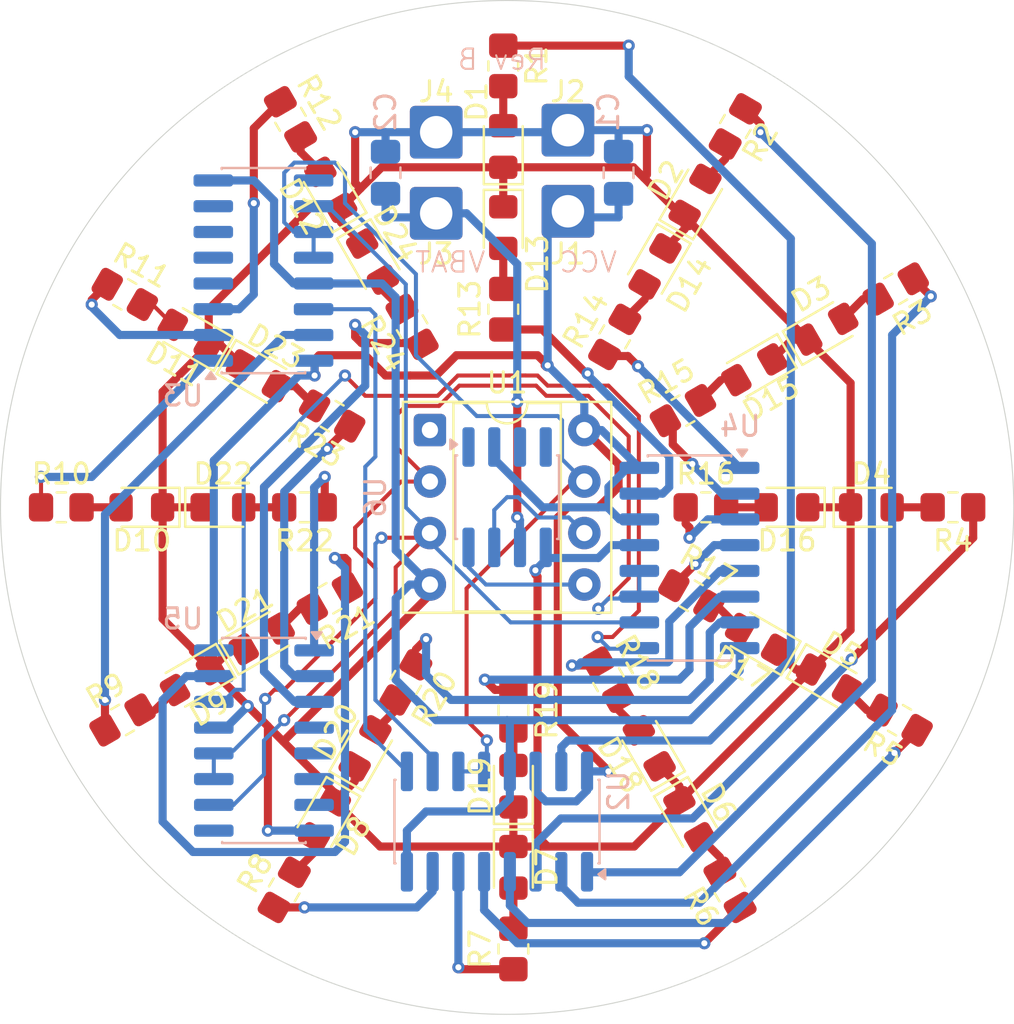
<source format=kicad_pcb>
(kicad_pcb (version 20241229) (generator "pcbnew") (generator_version "9.0")
  (layers (0 "F.Cu" signal) (2 "B.Cu" signal) (13 "F.Paste" user) (15 "B.Paste" user) (5 "F.SilkS" user "F.Silkscreen") (7 "B.SilkS" user "B.Silkscreen") (1 "F.Mask" user) (3 "B.Mask" user) (25 "Edge.Cuts" user))
  (net 0 "")
  (net 1 "Net-(D1-A)")
  (net 2 "Net-(D2-A)")
  (net 3 "Net-(D3-A)")
  (net 4 "Net-(D4-A)")
  (net 5 "Net-(D5-A)")
  (net 6 "Net-(D6-A)")
  (net 7 "Net-(D7-A)")
  (net 8 "Net-(D8-A)")
  (net 9 "Net-(D13-A)")
  (net 10 "Net-(D14-A)")
  (net 11 "Net-(D15-A)")
  (net 12 "Net-(D16-A)")
  (net 13 "Net-(D17-A)")
  (net 14 "Net-(D18-A)")
  (net 15 "Net-(D19-A)")
  (net 16 "Net-(D20-A)")
  (net 17 "Net-(D21-A)")
  (net 18 "Net-(D22-A)")
  (net 19 "Net-(D23-A)")
  (net 20 "Net-(D24-A)")
  (net 21 "GND")
  (net 22 "VCC")
  (net 23 "Net-(U2-QH')")
  (net 29 "Net-(U4-QH')")
  (net 37 "Net-(U2-QA)")
  (net 38 "Net-(U2-QB)")
  (net 39 "Net-(U2-QC)")
  (net 40 "Net-(U2-QD)")
  (net 41 "Net-(U2-QE)")
  (net 42 "Net-(U2-QF)")
  (net 43 "Net-(U2-QG)")
  (net 44 "Net-(U2-QH)")
  (net 45 "Net-(U4-QA)")
  (net 46 "Net-(U4-QB)")
  (net 47 "Net-(U4-QC)")
  (net 48 "Net-(U4-QD)")
  (net 49 "Net-(U4-QE)")
  (net 50 "Net-(U4-QF)")
  (net 51 "Net-(U4-QG)")
  (net 52 "Net-(U4-QH)")
  (net 53 "Net-(D9-A)")
  (net 54 "Net-(D10-A)")
  (net 55 "Net-(D11-A)")
  (net 56 "Net-(D12-A)")
  (net 57 "Net-(U3-QA)")
  (net 58 "Net-(U3-QB)")
  (net 59 "Net-(U3-QC)")
  (net 60 "Net-(U3-QD)")
  (net 61 "Net-(U5-QA)")
  (net 62 "Net-(U5-QB)")
  (net 63 "Net-(U5-QC)")
  (net 64 "Net-(U5-QD)")
  (net 65 "SCL")
  (net 66 "SDA")
  (net 67 "SRCLK_HOUR")
  (net 68 "SRCLK_MINUTE")
  (net 69 "SRCLR")
  (net 72 "VBAT")
  (footprint "LED_SMD:LED_0805_2012Metric_Pad1.15x1.40mm_HandSolder" (layer "F.Cu") (at 182.697676 69.2175 30)
    (property "Reference" "D3")
    (property "Value" "LED")
  )
  (footprint "Resistor_SMD:R_0805_2012Metric_Pad1.20x1.40mm_HandSolder" (layer "F.Cu") (at 178.26 59.213975 -120)
    (property "Reference" "R2")
    (property "Value" "R")
  )
  (footprint "LED_SMD:LED_0805_2012Metric_Pad1.15x1.40mm_HandSolder" (layer "F.Cu") (at 174.0125 89.887676 120)
    (property "Reference" "D18")
    (property "Value" "LED")
  )
  (footprint "Resistor_SMD:R_0805_2012Metric_Pad1.20x1.40mm_HandSolder" (layer "F.Cu") (at 157 78 180)
    (property "Reference" "R22")
    (property "Value" "R")
  )
  (footprint "LED_SMD:LED_0805_2012Metric_Pad1.15x1.40mm_HandSolder" (layer "F.Cu") (at 160.36 65.88 -60)
    (property "Reference" "D24")
    (property "Value" "LED")
  )
  (footprint "Resistor_SMD:R_0805_2012Metric_Pad1.20x1.40mm_HandSolder" (layer "F.Cu") (at 176.81 78)
    (property "Reference" "R16")
    (property "Value" "R")
  )
  (footprint "LED_SMD:LED_0805_2012Metric_Pad1.15x1.40mm_HandSolder" (layer "F.Cu") (at 174.2975 66.117676 -120)
    (property "Reference" "D14")
    (property "Value" "LED")
  )
  (footprint "Resistor_SMD:R_0805_2012Metric_Pad1.20x1.40mm_HandSolder" (layer "F.Cu") (at 176.09197 82.3625 -30)
    (property "Reference" "R17")
    (property "Value" "R")
  )
  (footprint "Connector_Wire:SolderWire-0.75sqmm_1x01_D1.25mm_OD2.3mm" (layer "F.Cu") (at 163.5 59.5 180)
    (property "Reference" "J4")
    (property "Value" "Conn_01x01_Socket")
  )
  (footprint "LED_SMD:LED_0805_2012Metric_Pad1.15x1.40mm_HandSolder" (layer "F.Cu") (at 154.887676 84.4875 30)
    (property "Reference" "D21")
    (property "Value" "LED")
  )
  (footprint "LED_SMD:LED_0805_2012Metric_Pad1.15x1.40mm_HandSolder" (layer "F.Cu") (at 148.975 78 180)
    (property "Reference" "D10")
    (property "Value" "LED")
  )
  (footprint "LED_SMD:LED_0805_2012Metric_Pad1.15x1.40mm_HandSolder" (layer "F.Cu") (at 166.81 60.205 90)
    (property "Reference" "D1")
    (property "Value" "LED")
  )
  (footprint "LED_SMD:LED_0805_2012Metric_Pad1.15x1.40mm_HandSolder" (layer "F.Cu") (at 179.197676 71.2175 -150)
    (property "Reference" "D15")
    (property "Value" "LED")
  )
  (footprint "Resistor_SMD:R_0805_2012Metric_Pad1.20x1.40mm_HandSolder" (layer "F.Cu") (at 162 86.633975 -120)
    (property "Reference" "R20")
    (property "Value" "R")
  )
  (footprint "Resistor_SMD:R_0805_2012Metric_Pad1.20x1.40mm_HandSolder" (layer "F.Cu") (at 158.253701 82.4875 -150)
    (property "Reference" "R21")
    (property "Value" "R")
  )
  (footprint "LED_SMD:LED_0805_2012Metric_Pad1.15x1.40mm_HandSolder" (layer "F.Cu") (at 154.753701 71.5125 -30)
    (property "Reference" "D23")
    (property "Value" "LED")
  )
  (footprint "Resistor_SMD:R_0805_2012Metric_Pad1.20x1.40mm_HandSolder" (layer "F.Cu") (at 148.021651 88.4875 30)
    (property "Reference" "R9")
    (property "Value" "R")
  )
  (footprint "Resistor_SMD:R_0805_2012Metric_Pad1.20x1.40mm_HandSolder" (layer "F.Cu") (at 162.31 69.096025 120)
    (property "Reference" "R24")
    (property "Value" "R")
  )
  (footprint "Resistor_SMD:R_0805_2012Metric_Pad1.20x1.40mm_HandSolder" (layer "F.Cu") (at 186.176025 67.23 -150)
    (property "Reference" "R3")
    (property "Value" "R")
  )
  (footprint "LED_SMD:LED_0805_2012Metric_Pad1.15x1.40mm_HandSolder" (layer "F.Cu") (at 180.81 78 180)
    (property "Reference" "D16")
    (property "Value" "LED")
  )
  (footprint "Resistor_SMD:R_0805_2012Metric_Pad1.20x1.40mm_HandSolder" (layer "F.Cu") (at 156 96.866025 60)
    (property "Reference" "R8")
    (property "Value" "R" (hide yes))
  )
  (footprint "Resistor_SMD:R_0805_2012Metric_Pad1.20x1.40mm_HandSolder" (layer "F.Cu") (at 175.676025 73.23 30)
    (property "Reference" "R15")
    (property "Value" "R")
  )
  (footprint "LED_SMD:LED_0805_2012Metric_Pad1.15x1.40mm_HandSolder" (layer "F.Cu") (at 176.2725 62.692324 60)
    (property "Reference" "D2")
    (property "Value" "LED")
  )
  (footprint "LED_SMD:LED_0805_2012Metric_Pad1.15x1.40mm_HandSolder" (layer "F.Cu") (at 152.975 78)
    (property "Reference" "D22")
    (property "Value" "LED")
  )
  (footprint "Resistor_SMD:R_0805_2012Metric_Pad1.20x1.40mm_HandSolder" (layer "F.Cu") (at 167.31 99.78 90)
    (property "Reference" "R7")
    (property "Value" "R")
  )
  (footprint "Resistor_SMD:R_0805_2012Metric_Pad1.20x1.40mm_HandSolder" (layer "F.Cu") (at 178 96.866025 120)
    (property "Reference" "R6")
    (property "Value" "R")
  )
  (footprint "Resistor_SMD:R_0805_2012Metric_Pad1.20x1.40mm_HandSolder" (layer "F.Cu") (at 156.31 58.863975 -60)
    (property "Reference" "R12")
    (property "Value" "R")
  )
  (footprint "Resistor_SMD:R_0805_2012Metric_Pad1.20x1.40mm_HandSolder" (layer "F.Cu") (at 148.133975 67.5 -30)
    (property "Reference" "R11")
    (property "Value" "R")
  )
  (footprint "MountingHole:MountingHole_2.2mm_M2" (layer "F.Cu") (at 189 74)
    (property "Reference" " ")
    (property "Value" " ")
  )
  (footprint "LED_SMD:LED_0805_2012Metric_Pad1.15x1.40mm_HandSolder" (layer "F.Cu") (at 157.9875 93.387676 -120)
    (property "Reference" "D8")
    (property "Value" "LED")
  )
  (footprint "Resistor_SMD:R_0805_2012Metric_Pad1.20x1.40mm_HandSolder" (layer "F.Cu") (at 167.31 88.005 -90)
    (property "Reference" "R19")
    (property "Value" "R")
  )
  (footprint "MountingHole:MountingHole_2.2mm_M2" (layer "F.Cu") (at 161.5 99.5)
    (property "Reference" " ")
    (property "Value" " ")
  )
  (footprint "Connector_Wire:SolderWire-0.75sqmm_1x01_D1.25mm_OD2.3mm" (layer "F.Cu") (at 170 59.4 180)
    (property "Reference" "J2")
    (property "Value" "Conn_01x01_Socket")
  )
  (footprint "LED_SMD:LED_0805_2012Metric_Pad1.15x1.40mm_HandSolder" (layer "F.Cu") (at 151.5 86.5 -150)
    (property "Reference" "D9")
    (property "Value" "LED")
  )
  (footprint "MountingHole:MountingHole_2.2mm_M2" (layer "F.Cu") (at 145.5 72.5)
    (property "Reference" " ")
    (property "Value" " ")
  )
  (footprint "Resistor_SMD:R_0805_2012Metric_Pad1.20x1.40mm_HandSolder" (layer "F.Cu") (at 166.81 68.23 90)
    (property "Reference" "R13")
    (property "Value" "R")
  )
  (footprint "LED_SMD:LED_0805_2012Metric_Pad1.15x1.40mm_HandSolder" (layer "F.Cu") (at 176.0125 93.387676 -60)
    (property "Reference" "D6")
    (property "Value" "LED")
  )
  (footprint "LED_SMD:LED_0805_2012Metric_Pad1.15x1.40mm_HandSolder" (layer "F.Cu") (at 179.387676 84.5125 150)
    (property "Reference" "D17")
    (property "Value" "LED")
  )
  (footprint "Package_DIP:DIP-8_W7.62mm_Socket" (layer "F.Cu") (at 163.19 74.19)
    (property "Reference" "U1")
    (property "Value" "ATtiny85-20P")
  )
  (footprint "LED_SMD:LED_0805_2012Metric_Pad1.15x1.40mm_HandSolder" (layer "F.Cu") (at 159.9875 89.887676 60)
    (property "Reference" "D20")
    (property "Value" "LED")
  )
  (footprint "Resistor_SMD:R_0805_2012Metric_Pad1.20x1.40mm_HandSolder" (layer "F.Cu") (at 172 86.5 -60)
    (property "Reference" "R18")
    (property "Value" "R")
  )
  (footprint "Resistor_SMD:R_0805_2012Metric_Pad1.20x1.40mm_HandSolder" (layer "F.Cu") (at 145 78)
    (property "Reference" "R10")
    (property "Value" "R")
  )
  (footprint "LED_SMD:LED_0805_2012Metric_Pad1.15x1.40mm_HandSolder" (layer "F.Cu") (at 151.387676 69.5125 150)
    (property "Reference" "D11")
    (property "Value" "LED")
  )
  (footprint "Resistor_SMD:R_0805_2012Metric_Pad1.20x1.40mm_HandSolder" (layer "F.Cu") (at 189 78 180)
    (property "Reference" "R4")
    (property "Value" "R")
  )
  (footprint "LED_SMD:LED_0805_2012Metric_Pad1.15x1.40mm_HandSolder" (layer "F.Cu") (at 158.2975 62.342324 120)
    (property "Reference" "D12")
    (property "Value" "LED")
  )
  (footprint "LED_SMD:LED_0805_2012Metric_Pad1.15x1.40mm_HandSolder" (layer "F.Cu") (at 166.81 64.205 -90)
    (property "Reference" "D13")
    (property "Value" "LED")
  )
  (footprint "LED_SMD:LED_0805_2012Metric_Pad1.15x1.40mm_HandSolder" (layer "F.Cu") (at 167.31 91.755 90)
    (property "Reference" "D19")
    (property "Value" "LED")
  )
  (footprint "Connector_Wire:SolderWire-0.75sqmm_1x01_D1.25mm_OD2.3mm" (layer "F.Cu") (at 170 63.4 180)
    (property "Reference" "J1")
    (property "Value" "Conn_01x01_Socket")
  )
  (footprint "LED_SMD:LED_0805_2012Metric_Pad1.15x1.40mm_HandSolder" (layer "F.Cu") (at 167.31 95.755 -90)
    (property "Reference" "D7")
    (property "Value" "LED")
  )
  (footprint "Resistor_SMD:R_0805_2012Metric_Pad1.20x1.40mm_HandSolder" (layer "F.Cu") (at 186.366025 88.5 150)
    (property "Reference" "R5")
    (property "Value" "R")
  )
  (footprint "Resistor_SMD:R_0805_2012Metric_Pad1.20x1.40mm_HandSolder" (layer "F.Cu") (at 158.366025 73.5 150)
    (property "Reference" "R23")
    (property "Value" "R")
  )
  (footprint "Resistor_SMD:R_0805_2012Metric_Pad1.20x1.40mm_HandSolder" (layer "F.Cu") (at 166.81 56.23 -90)
    (property "Reference" "R1")
    (property "Value" "R")
  )
  (footprint "Connector_Wire:SolderWire-0.75sqmm_1x01_D1.25mm_OD2.3mm" (layer "F.Cu") (at 163.5 63.5 180)
    (property "Reference" "J3")
    (property "Value" "Conn_01x01_Socket")
  )
  (footprint "Resistor_SMD:R_0805_2012Metric_Pad1.20x1.40mm_HandSolder" (layer "F.Cu") (at 172.31 69.596025 60)
    (property "Reference" "R14")
    (property "Value" "R")
  )
  (footprint "LED_SMD:LED_0805_2012Metric_Pad1.15x1.40mm_HandSolder" (layer "F.Cu") (at 182.887676 86.5125 -30)
    (property "Reference" "D5")
    (property "Value" "LED")
  )
  (footprint "LED_SMD:LED_0805_2012Metric_Pad1.15x1.40mm_HandSolder" (layer "F.Cu") (at 184.975 78)
    (property "Reference" "D4")
    (property "Value" "LED")
  )
  (footprint "Package_SO:SOIC-16_3.9x9.9mm_P1.27mm" (layer "B.Cu") (at 155 89.5 180)
    (property "Reference" "U5")
    (property "Value" "74HC595")
  )
  (footprint "Package_SO:SOIC-8_3.9x4.9mm_P1.27mm" (layer "B.Cu") (at 167 77.5 -90)
    (property "Reference" "U6")
    (property "Value" "DS3231MZ")
  )
  (footprint "Package_SO:SOIC-16_3.9x9.9mm_P1.27mm" (layer "B.Cu") (at 166.5 93.5 90)
    (property "Reference" "U2")
    (property "Value" "74HC595")
  )
  (footprint "Package_SO:SOIC-16_3.9x9.9mm_P1.27mm" (layer "B.Cu") (at 154.975 66.325)
    (property "Reference" "U3")
    (property "Value" "74HC595")
  )
  (footprint "Package_SO:SOIC-16_3.9x9.9mm_P1.27mm" (layer "B.Cu") (at 176 80.5 180)
    (property "Reference" "U4")
    (property "Value" "74HC595")
  )
  (footprint "Capacitor_SMD:C_0805_2012Metric_Pad1.18x1.45mm_HandSolder" (layer "B.Cu") (at 161 61.5 90)
    (property "Reference" "C2")
    (property "Value" "C")
  )
  (footprint "Capacitor_SMD:C_0805_2012Metric_Pad1.18x1.45mm_HandSolder" (layer "B.Cu") (at 172.5 61.5 90)
    (property "Reference" "C1")
    (property "Value" "C")
  )
  (gr_circle (center 167 78.005) (end 192 78.005) (stroke (width 0.05)) (fill no) (layer "Edge.Cuts"))
  (gr_text "Rev B" (at 169 56.5 0) (layer "B.SilkS") (effects (font (size 1 1) (thickness 0.1)) (justify left bottom mirror)))
  (gr_text "VBAT" (at 166 66.5 0) (layer "B.SilkS") (effects (font (size 1 1) (thickness 0.1)) (justify left bottom mirror)))
  (gr_text "VCC" (at 172.5 66.5 0) (layer "B.SilkS") (effects (font (size 1 1) (thickness 0.1)) (justify left bottom mirror)))
  (segment (start 166.81 57.23) (end 166.81 59.18) (width 0.4) (layer "F.Cu") (net 1))
  (segment (start 177.76 60.08) (end 177.76 60.829648) (width 0.2) (layer "F.Cu") (net 2))
  (segment (start 177.76 60.829648) (end 176.785 61.804648) (width 0.4) (layer "F.Cu") (net 2))
  (segment (start 185.31 67.73) (end 184.560352 67.73) (width 0.2) (layer "F.Cu") (net 3))
  (segment (start 184.560352 67.73) (end 183.585352 68.705) (width 0.4) (layer "F.Cu") (net 3))
  (segment (start 188 78) (end 186 78) (width 0.4) (layer "F.Cu") (net 4))
  (segment (start 185.5 88) (end 184.750352 88) (width 0.2) (layer "F.Cu") (net 5))
  (segment (start 184.750352 88) (end 183.775352 87.025) (width 0.4) (layer "F.Cu") (net 5))
  (segment (start 177.5 96) (end 177.5 95.250352) (width 0.2) (layer "F.Cu") (net 6))
  (segment (start 177.5 95.250352) (end 176.525 94.275352) (width 0.4) (layer "F.Cu") (net 6))
  (segment (start 167.31 96.78) (end 167.31 98.78) (width 0.4) (layer "F.Cu") (net 7))
  (segment (start 157.475 95.025) (end 156.5 96) (width 0.4) (layer "F.Cu") (net 8))
  (segment (start 157.475 94.275352) (end 157.475 95.025) (width 0.2) (layer "F.Cu") (net 8))
  (segment (start 166.81 65.23) (end 166.81 67.23) (width 0.4) (layer "F.Cu") (net 9))
  (segment (start 173.785 67.005352) (end 173.785 67.755) (width 0.2) (layer "F.Cu") (net 10))
  (segment (start 173.785 67.755) (end 172.81 68.73) (width 0.4) (layer "F.Cu") (net 10))
  (segment (start 177.54205 71.73) (end 176.54205 72.73) (width 0.4) (layer "F.Cu") (net 11))
  (segment (start 178.31 71.73) (end 177.54205 71.73) (width 0.2) (layer "F.Cu") (net 11))
  (segment (start 179.785 78) (end 177.81 78) (width 0.4) (layer "F.Cu") (net 12))
  (segment (start 177.3625 82.8625) (end 176.957995 82.8625) (width 0.2) (layer "F.Cu") (net 13))
  (segment (start 178.5 84) (end 177.3625 82.8625) (width 0.4) (layer "F.Cu") (net 13))
  (segment (start 172.5 88) (end 172.5 87.366025) (width 0.2) (layer "F.Cu") (net 14))
  (segment (start 173.5 89) (end 172.5 88) (width 0.4) (layer "F.Cu") (net 14))
  (segment (start 167.31 89.005) (end 167.31 90.73) (width 0.4) (layer "F.Cu") (net 15))
  (segment (start 161.5 87.5) (end 161.5 88) (width 0.2) (layer "F.Cu") (net 16))
  (segment (start 161.5 88) (end 160.5 89) (width 0.4) (layer "F.Cu") (net 16))
  (segment (start 156.762852 82.9875) (end 157.387676 82.9875) (width 0.2) (layer "F.Cu") (net 17))
  (segment (start 155.775352 83.975) (end 156.762852 82.9875) (width 0.4) (layer "F.Cu") (net 17))
  (segment (start 154 78) (end 156 78) (width 0.4) (layer "F.Cu") (net 18))
  (segment (start 155.641377 72.025) (end 156.525 72.025) (width 0.4) (layer "F.Cu") (net 19))
  (segment (start 156.525 72.025) (end 157.5 73) (width 0.4) (layer "F.Cu") (net 19))
  (segment (start 160.8725 66.767676) (end 160.8725 67.2925) (width 0.2) (layer "F.Cu") (net 20))
  (segment (start 160.8725 67.2925) (end 161.81 68.23) (width 0.4) (layer "F.Cu") (net 20))
  (segment (start 182 86) (end 183.95 84.05) (width 0.4) (layer "F.Cu") (net 21))
  (segment (start 159.77 62.27) (end 159.5 62) (width 0.4) (layer "F.Cu") (net 21))
  (segment (start 151.5 85) (end 151.5 85.099824) (width 0.4) (layer "F.Cu") (net 21))
  (segment (start 150 72.300352) (end 150 78) (width 0.4) (layer "F.Cu") (net 21))
  (segment (start 181.060352 69.73) (end 180.085352 70.705) (width 0.4) (layer "F.Cu") (net 21))
  (segment (start 175.5 91.750352) (end 174.525 90.775352) (width 0.4) (layer "F.Cu") (net 21))
  (segment (start 181.81 69.73) (end 175.76 63.68) (width 0.4) (layer "F.Cu") (net 21))
  (segment (start 155.950088 89.549912) (end 158.5 92.099824) (width 0.4) (layer "F.Cu") (net 21))
  (segment (start 159.25 91.75) (end 158.5 92.5) (width 0.4) (layer "F.Cu") (net 21))
  (segment (start 183.95 84.05) (end 183.95 78) (width 0.4) (layer "F.Cu") (net 21))
  (segment (start 182 86) (end 181.250352 86) (width 0.4) (layer "F.Cu") (net 21))
  (segment (start 152.891025 70.025) (end 153.866025 71) (width 0.4) (layer "F.Cu") (net 21))
  (segment (start 155.195 93.945) (end 155.195 88.794824) (width 0.4) (layer "F.Cu") (net 21))
  (segment (start 153.375176 85) (end 154 85) (width 0.4) (layer "F.Cu") (net 21))
  (segment (start 166.81 61.23) (end 160.81 61.23) (width 0.4) (layer "F.Cu") (net 21))
  (segment (start 159.475 91.525) (end 159.25 91.75) (width 0.4) (layer "F.Cu") (net 21))
  (segment (start 160.73 94.73) (end 167.31 94.73) (width 0.4) (layer "F.Cu") (net 21))
  (segment (start 152.275352 70.025) (end 152.891025 70.025) (width 0.4) (layer "F.Cu") (net 21))
  (segment (start 175.76 64.28) (end 174.81 65.23) (width 0.4) (layer "F.Cu") (net 21))
  (segment (start 150 78) (end 150 83.5) (width 0.4) (layer "F.Cu") (net 21))
  (segment (start 163.19 82.31) (end 155.950088 89.549912) (width 0.4) (layer "F.Cu") (net 21))
  (segment (start 159.5 62) (end 159.5 59.5) (width 0.4) (layer "F.Cu") (net 21))
  (segment (start 168.5 81.418256) (end 168.5 94.23) (width 0.4) (layer "F.Cu") (net 21))
  (segment (start 183.95 78) (end 183.95 71.87) (width 0.4) (layer "F.Cu") (net 21))
  (segment (start 173.75 61.75) (end 173.23 61.23) (width 0.4) (layer "F.Cu") (net 21))
  (segment (start 150 83.5) (end 151.5 85) (width 0.4) (layer "F.Cu") (net 21))
  (segment (start 168.5 94.23) (end 169 94.73) (width 0.4) (layer "F.Cu") (net 21))
  (segment (start 175.76 63.68) (end 175.76 63.58) (width 0.4) (layer "F.Cu") (net 21))
  (segment (start 157.27 63.23) (end 152.275352 68.224648) (width 0.4) (layer "F.Cu") (net 21))
  (segment (start 173.9 59.4) (end 173.9 61.6) (width 0.4) (layer "F.Cu") (net 21))
  (segment (start 173.27 94.73) (end 175.5 92.5) (width 0.4) (layer "F.Cu") (net 21))
  (segment (start 167.31 94.73) (end 169 94.73) (width 0.4) (layer "F.Cu") (net 21))
  (segment (start 175.5 92.5) (end 175.5 91.750352) (width 0.4) (layer "F.Cu") (net 21))
  (segment (start 167.31 92.78) (end 167.31 94.73) (width 0.4) (layer "F.Cu") (net 21))
  (segment (start 152.275352 68.224648) (end 152.275352 70.025) (width 0.4) (layer "F.Cu") (net 21))
  (segment (start 152.275352 70.025) (end 150 72.300352) (width 0.4) (layer "F.Cu") (net 21))
  (segment (start 169 94.73) (end 173.27 94.73) (width 0.4) (layer "F.Cu") (net 21))
  (segment (start 151.5 85.099824) (end 152.387676 85.9875) (width 0.4) (layer "F.Cu") (net 21))
  (segment (start 158.5 92.5) (end 160.73 94.73) (width 0.4) (layer "F.Cu") (net 21))
  (segment (start 175.76 63.58) (end 175.76 64.28) (width 0.4) (layer "F.Cu") (net 21))
  (segment (start 181.81 69.73) (end 181.060352 69.73) (width 0.4) (layer "F.Cu") (net 21))
  (segment (start 163.19 81.81) (end 163.19 82.31) (width 0.4) (layer "F.Cu") (net 21))
  (segment (start 183.95 78) (end 181.835 78) (width 0.4) (layer "F.Cu") (net 21))
  (segment (start 155.195 88.794824) (end 154.200088 87.799912) (width 0.4) (layer "F.Cu") (net 21))
  (segment (start 150 78) (end 151.95 78) (width 0.4) (layer "F.Cu") (net 21))
  (segment (start 175.5 92.5) (end 182 86) (width 0.4) (layer "F.Cu") (net 21))
  (segment (start 158.5 92.099824) (end 158.5 92.5) (width 0.4) (layer "F.Cu") (net 21))
  (segment (start 160.81 61.23) (end 159.77 62.27) (width 0.4) (layer "F.Cu") (net 21))
  (segment (start 154.200088 87.799912) (end 155.950088 89.549912) (width 0.4) (layer "F.Cu") (net 21))
  (segment (start 168.395872 81.314128) (end 168.5 81.418256) (width 0.4) (layer "F.Cu") (net 21))
  (segment (start 168.395872 81.105873) (end 168.395872 81.314128) (width 0.4) (layer "F.Cu") (net 21))
  (segment (start 175.76 63.58) (end 175.58 63.58) (width 0.4) (layer "F.Cu") (net 21))
  (segment (start 173.9 61.6) (end 173.75 61.75) (width 0.2) (layer "F.Cu") (net 21))
  (segment (start 183.95 71.87) (end 181.81 69.73) (width 0.4) (layer "F.Cu") (net 21))
  (segment (start 159.77 62.27) (end 158.81 63.23) (width 0.4) (layer "F.Cu") (net 21))
  (segment (start 158.81 63.23) (end 157.27 63.23) (width 0.4) (layer "F.Cu") (net 21))
  (segment (start 152.387676 85.9875) (end 153.375176 85) (width 0.4) (layer "F.Cu") (net 21))
  (segment (start 175.58 63.58) (end 173.75 61.75) (width 0.4) (layer "F.Cu") (net 21))
  (segment (start 159.475 90.775352) (end 159.475 91.525) (width 0.4) (layer "F.Cu") (net 21))
  (segment (start 152.387676 85.9875) (end 154.200088 87.799912) (width 0.4) (layer "F.Cu") (net 21))
  (segment (start 158.81 63.954824) (end 159.8475 64.992324) (width 0.4) (layer "F.Cu") (net 21))
  (segment (start 181.250352 86) (end 180.275352 85.025) (width 0.4) (layer "F.Cu") (net 21))
  (segment (start 173.23 61.23) (end 166.81 61.23) (width 0.4) (layer "F.Cu") (net 21))
  (segment (start 158.81 63.23) (end 158.81 63.954824) (width 0.4) (layer "F.Cu") (net 21))
  (segment (start 166.81 61.23) (end 166.81 63.18) (width 0.4) (layer "F.Cu") (net 21))
  (via (at 155.195 93.945) (size 0.6) (drill 0.3) (layers "F.Cu" "B.Cu") (net 21))
  (via (at 154.200088 87.799912) (size 0.6) (drill 0.3) (layers "F.Cu" "B.Cu") (net 21))
  (via (at 173.9 59.4) (size 0.6) (drill 0.3) (layers "F.Cu" "B.Cu") (net 21))
  (via (at 168.395872 81.105873) (size 0.6) (drill 0.3) (layers "F.Cu" "B.Cu") (net 21))
  (via (at 159.5 59.5) (size 0.6) (drill 0.3) (layers "F.Cu" "B.Cu") (net 21))
  (segment (start 167.135 88.635) (end 167 88.5) (width 0.4) (layer "B.Cu") (net 21))
  (segment (start 153.135 88.865) (end 152.525 88.865) (width 0.4) (layer "B.Cu") (net 21))
  (segment (start 167.135 92.365) (end 166.5 93) (width 0.4) (layer "B.Cu") (net 21))
  (segment (start 178.475 84.945) (end 178.475 86.05855) (width 0.4) (layer "B.Cu") (net 21))
  (segment (start 154.5 61.88) (end 155.5 62.88) (width 0.4) (layer "B.Cu") (net 21))
  (segment (start 169.9 59.5) (end 170 59.4) (width 0.2) (layer "B.Cu") (net 21))
  (segment (start 178.475 86.05855) (end 176.03355 88.5) (width 0.4) (layer "B.Cu") (net 21))
  (segment (start 162.055 93.945) (end 162.055 95.975) (width 0.4) (layer "B.Cu") (net 21))
  (segment (start 172.5 60.4625) (end 172.5 59.5) (width 0.4) (layer "B.Cu") (net 21))
  (segment (start 163.5 88.5) (end 161.5 86.5) (width 0.4) (layer "B.Cu") (net 21))
  (segment (start 162.4625 58.4625) (end 163.5 59.5) (width 0.2) (layer "B.Cu") (net 21))
  (segment (start 155.5 66) (end 156.46 66.96) (width 0.4) (layer "B.Cu") (net 21))
  (segment (start 173.9 59.4) (end 170 59.4) (width 0.4) (layer "B.Cu") (net 21))
  (segment (start 157.45 66.96) (end 160.82355 66.96) (width 0.4) (layer "B.Cu") (net 21))
  (segment (start 154.200088 87.799912) (end 153.135 88.865) (width 0.4) (layer "B.Cu") (net 21))
  (segment (start 170.9375 58.4625) (end 170 59.4) (width 0.2) (layer "B.Cu") (net 21))
  (segment (start 167.135 91.025) (end 167.135 88.635) (width 0.4) (layer "B.Cu") (net 21))
  (segment (start 166.5 93) (end 163 93) (width 0.4) (layer "B.Cu") (net 21))
  (segment (start 176.03355 88.5) (end 167 88.5) (width 0.4) (layer "B.Cu") (net 21))
  (segment (start 156.46 66.96) (end 157.45 66.96) (width 0.4) (layer "B.Cu") (net 21))
  (segment (start 168.395872 81.105873) (end 169.001745 80.5) (width 0.4) (layer "B.Cu") (net 21))
  (segment (start 167 88.5) (end 163.5 88.5) (width 0.4) (layer "B.Cu") (net 21))
  (segment (start 161.5 82.5) (end 162.19 81.81) (width 0.4) (layer "B.Cu") (net 21))
  (segment (start 161.5 86.5) (end 161.5 82.5) (width 0.4) (layer "B.Cu") (net 21))
  (segment (start 162.19 81.81) (end 163.19 81.81) (width 0.4) (layer "B.Cu") (net 21))
  (segment (start 168.395872 81.105873) (end 168.905 80.596745) (width 0.4) (layer "B.Cu") (net 21))
  (segment (start 152.5 61.88) (end 154.5 61.88) (width 0.4) (layer "B.Cu") (net 21))
  (segment (start 171.5 80.5) (end 172.135 79.865) (width 0.4) (layer "B.Cu") (net 21))
  (segment (start 169.001745 80.5) (end 171.5 80.5) (width 0.4) (layer "B.Cu") (net 21))
  (segment (start 161 59.5) (end 163.5 59.5) (width 0.4) (layer "B.Cu") (net 21))
  (segment (start 172.135 79.865) (end 173.525 79.865) (width 0.4) (layer "B.Cu") (net 21))
  (segment (start 167.135 91.025) (end 167.135 92.365) (width 0.4) (layer "B.Cu") (net 21))
  (segment (start 160.82355 66.96) (end 161.5 67.63645) (width 0.4) (layer "B.Cu") (net 21))
  (segment (start 163.5 59.5) (end 169.9 59.5) (width 0.4) (layer "B.Cu") (net 21))
  (segment (start 157.475 93.945) (end 155.195 93.945) (width 0.4) (layer "B.Cu") (net 21))
  (segment (start 168.905 80.596745) (end 168.905 79.975) (width 0.4) (layer "B.Cu") (net 21))
  (segment (start 155.5 62.88) (end 155.5 66) (width 0.4) (layer "B.Cu") (net 21))
  (segment (start 159.5 59.5) (end 161 59.5) (width 0.4) (layer "B.Cu") (net 21))
  (segment (start 161.5 80.12) (end 163.19 81.81) (width 0.4) (layer "B.Cu") (net 21))
  (segment (start 161 59.5) (end 161 60.4625) (width 0.4) (layer "B.Cu") (net 21))
  (segment (start 161.5 67.63645) (end 161.5 80.12) (width 0.4) (layer "B.Cu") (net 21))
  (segment (start 163 93) (end 162.055 93.945) (width 0.4) (layer "B.Cu") (net 21))
  (segment (start 169.5 78.5) (end 170 78) (width 0.4) (layer "F.Cu") (net 22))
  (segment (start 170 78) (end 171.5 78) (width 0.4) (layer "F.Cu") (net 22))
  (segment (start 172.5 77) (end 172.5 75.88) (width 0.4) (layer "F.Cu") (net 22))
  (segment (start 160 70.5) (end 161 71.5) (width 0.4) (layer "F.Cu") (net 22))
  (segment (start 157.5 70.72) (end 157.72 70.5) (width 0.4) (layer "F.Cu") (net 22))
  (segment (start 162.22538 71.499) (end 163.501 71.499) (width 0.4) (layer "F.Cu") (net 22))
  (segment (start 157.5 71.5) (end 157.5 70.72) (width 0.4) (layer "F.Cu") (net 22))
  (segment (start 172 91.025) (end 172 91) (width 0.4) (layer "F.Cu") (net 22))
  (segment (start 161 71.5) (end 162.224379 71.5) (width 0.4) (layer "F.Cu") (net 22))
  (segment (start 164.5 70.5) (end 168.5 70.5) (width 0.4) (layer "F.Cu") (net 22))
  (segment (start 168.857578 70.857578) (end 168.857578 70.999) (width 0.4) (layer "F.Cu") (net 22))
  (segment (start 172.5 75.88) (end 170.81 74.19) (width 0.4) (layer "F.Cu") (net 22))
  (segment (start 172 91) (end 169.5 88.5) (width 0.4) (layer "F.Cu") (net 22))
  (segment (start 168.5 70.5) (end 168.857578 70.857578) (width 0.4) (layer "F.Cu") (net 22))
  (segment (start 157.72 70.5) (end 160 70.5) (width 0.4) (layer "F.Cu") (net 22))
  (segment (start 162.224379 71.5) (end 162.22538 71.499) (width 0.4) (layer "F.Cu") (net 22))
  (segment (start 168.929289 71.070711) (end 169 71) (width 0.4) (layer "F.Cu") (net 22))
  (segment (start 163.501 71.499) (end 164.5 70.5) (width 0.4) (layer "F.Cu") (net 22))
  (segment (start 171.5 78) (end 172.5 77) (width 0.4) (layer "F.Cu") (net 22))
  (segment (start 169.5 88.5) (end 169.5 78.5) (width 0.4) (layer "F.Cu") (net 22))
  (segment (start 168.857578 70.999) (end 168.929289 71.070711) (width 0.4) (layer "F.Cu") (net 22))
  (via (at 172 91.025) (size 0.6) (drill 0.3) (layers "F.Cu" "B.Cu") (net 22))
  (via (at 169 71) (size 0.6) (drill 0.3) (layers "F.Cu" "B.Cu") (net 22))
  (via (at 157.5 71.5) (size 0.6) (drill 0.3) (layers "F.Cu" "B.Cu") (net 22))
  (segment (start 172.5 63.7) (end 172.5 62.5375) (width 0.4) (layer "B.Cu") (net 22))
  (segment (start 172 91.025) (end 170.945 91.025) (width 0.4) (layer "B.Cu") (net 22))
  (segment (start 169 71) (end 170.81 72.81) (width 0.4) (layer "B.Cu") (net 22))
  (segment (start 152.525 75.695) (end 152.525 85.055) (width 0.4) (layer "B.Cu") (net 22))
  (segment (start 168.75 78) (end 172 78) (width 0.4) (layer "B.Cu") (net 22))
  (segment (start 173.525 76.055) (end 171.66 74.19) (width 0.4) (layer "B.Cu") (net 22))
  (segment (start 172.5 63.7) (end 170.3 63.7) (width 0.4) (layer "B.Cu") (net 22))
  (segment (start 172.945 76.055) (end 173.525 76.055) (width 0.4) (layer "B.Cu") (net 22))
  (segment (start 170.3 63.7) (end 170 63.4) (width 0.2) (layer "B.Cu") (net 22))
  (segment (start 169 71) (end 169 64.4) (width 0.4) (layer "B.Cu") (net 22))
  (segment (start 172.550001 78.595) (end 172 78.044999) (width 0.4) (layer "B.Cu") (net 22))
  (segment (start 168.405 91.999999) (end 168.405 91.025) (width 0.4) (layer "B.Cu") (net 22))
  (segment (start 157.45 70.77) (end 157.5 70.82) (width 0.4) (layer "B.Cu") (net 22))
  (segment (start 170.945 91.963484) (end 170.408484 92.5) (width 0.4) (layer "B.Cu") (net 22))
  (segment (start 156.72 71.5) (end 152.525 75.695) (width 0.4) (layer "B.Cu") (net 22))
  (segment (start 170.945 91.025) (end 170.945 91.963484) (width 0.4) (layer "B.Cu") (net 22))
  (segment (start 173.525 78.525) (end 173.5 78.5) (width 0.4) (layer "B.Cu") (net 22))
  (segment (start 171.66 74.19) (end 170.81 74.19) (width 0.4) (layer "B.Cu") (net 22))
  (segment (start 172 78.044999) (end 172 78) (width 0.4) (layer "B.Cu") (net 22))
  (segment (start 166.365 75.615) (end 168.75 78) (width 0.4) (layer "B.Cu") (net 22))
  (segment (start 157.5 70.82) (end 157.5 71.5) (width 0.4) (layer "B.Cu") (net 22))
  (segment (start 172 78) (end 172 77) (width 0.4) (layer "B.Cu") (net 22))
  (segment (start 170.408484 92.5) (end 168.905001 92.5) (width 0.4) (layer "B.Cu") (net 22))
  (segment (start 157.5 71.5) (end 156.72 71.5) (width 0.4) (layer "B.Cu") (net 22))
  (segment (start 168.905001 92.5) (end 168.405 91.999999) (width 0.4) (layer "B.Cu") (net 22))
  (segment (start 173.525 78.595) (end 172.550001 78.595) (width 0.4) (layer "B.Cu") (net 22))
  (segment (start 169 64.4) (end 170 63.4) (width 0.4) (layer "B.Cu") (net 22))
  (segment (start 172 77) (end 172.945 76.055) (width 0.4) (layer "B.Cu") (net 22))
  (segment (start 166.365 75.025) (end 166.365 75.615) (width 0.4) (layer "B.Cu") (net 22))
  (segment (start 173.525 78.595) (end 173.525 78.525) (width 0.4) (layer "B.Cu") (net 22))
  (segment (start 170.81 72.81) (end 170.81 74.19) (width 0.4) (layer "B.Cu") (net 22))
  (segment (start 160.5 75.5) (end 160.5 68.5) (width 0.2) (layer "B.Cu") (net 23))
  (segment (start 160.23 68.23) (end 157.45 68.23) (width 0.2) (layer "B.Cu") (net 23))
  (segment (start 162.055 91.025) (end 160 88.97) (width 0.2) (layer "B.Cu") (net 23))
  (segment (start 160 88.97) (end 160 76) (width 0.2) (layer "B.Cu") (net 23))
  (segment (start 160.5 68.5) (end 160.23 68.23) (width 0.2) (layer "B.Cu") (net 23))
  (segment (start 160 76) (end 160.5 75.5) (width 0.2) (layer "B.Cu") (net 23))
  (segment (start 168.5 71.5) (end 169 72) (width 0.2) (layer "F.Cu") (net 29))
  (segment (start 173.5 73.5) (end 173.5 83.1) (width 0.2) (layer "F.Cu") (net 29))
  (segment (start 171.249943 72) (end 172 72) (width 0.2) (layer "F.Cu") (net 29))
  (segment (start 167.917043 71.5) (end 168.5 71.5) (width 0.2) (layer "F.Cu") (net 29))
  (segment (start 167.082957 71.5) (end 167.084957 71.498) (width 0.2) (layer "F.Cu") (net 29))
  (segment (start 160 72.5) (end 163.57071 72.5) (width 0.2) (layer "F.Cu") (net 29))
  (segment (start 171.0681 72.001) (end 171.248943 72.001) (width 0.2) (layer "F.Cu") (net 29))
  (segment (start 172.201578 84.398422) (end 171.465519 84.398422) (width 0.2) (layer "F.Cu") (net 29))
  (segment (start 159 71.5) (end 160 72.5) (width 0.2) (layer "F.Cu") (net 29))
  (segment (start 163.57071 72.5) (end 164.57071 71.5) (width 0.2) (layer "F.Cu") (net 29))
  (segment (start 171.248943 72.001) (end 171.249943 72) (width 0.2) (layer "F.Cu") (net 29))
  (segment (start 169 72) (end 171.0671 72) (width 0.2) (layer "F.Cu") (net 29))
  (segment (start 172 72) (end 173.5 73.5) (width 0.2) (layer "F.Cu") (net 29))
  (segment (start 167.084957 71.498) (end 167.915043 71.498) (width 0.2) (layer "F.Cu") (net 29))
  (segment (start 173.5 83.1) (end 172.201578 84.398422) (width 0.2) (layer "F.Cu") (net 29))
  (segment (start 164.57071 71.5) (end 167.082957 71.5) (width 0.2) (layer "F.Cu") (net 29))
  (segment (start 171.0671 72) (end 171.0681 72.001) (width 0.2) (layer "F.Cu") (net 29))
  (segment (start 167.915043 71.498) (end 167.917043 71.5) (width 0.2) (layer "F.Cu") (net 29))
  (via (at 171.465519 84.398422) (size 0.6) (drill 0.3) (layers "F.Cu" "B.Cu") (net 29))
  (via (at 159 71.5) (size 0.6) (drill 0.3) (layers "F.Cu" "B.Cu") (net 29))
  (segment (start 172.042097 84.975) (end 173.525 84.975) (width 0.2) (layer "B.Cu") (net 29))
  (segment (start 153.575029 87) (end 152.980029 87.595) (width 0.2) (layer "B.Cu") (net 29))
  (segment (start 152.980029 87.595) (end 152.525 87.595) (width 0.2) (layer "B.Cu") (net 29))
  (segment (start 159 71.5) (end 154 76.5) (width 0.2) (layer "B.Cu") (net 29))
  (segment (start 154 76.5) (end 154 87) (width 0.2) (layer "B.Cu") (net 29))
  (segment (start 154 87) (end 153.575029 87) (width 0.2) (layer "B.Cu") (net 29))
  (segment (start 171.465519 84.398422) (end 172.042097 84.975) (width 0.2) (layer "B.Cu") (net 29))
  (segment (start 152.525 87.595) (end 153.405 87.595) (width 0.2) (layer "B.Cu") (net 29))
  (segment (start 173 55.23) (end 166.81 55.23) (width 0.4) (layer "F.Cu") (net 37))
  (via (at 173 55.23) (size 0.6) (drill 0.3) (layers "F.Cu" "B.Cu") (net 37))
  (segment (start 173 55.23) (end 173 56.75) (width 0.4) (layer "B.Cu") (net 37))
  (segment (start 181 64.75) (end 181 85.5) (width 0.4) (layer "B.Cu") (net 37))
  (segment (start 181 85.5) (end 177 89.5) (width 0.4) (layer "B.Cu") (net 37))
  (segment (start 170 89.5) (end 169.675 89.825) (width 0.4) (layer "B.Cu") (net 37))
  (segment (start 169.675 89.825) (end 169.675 91.025) (width 0.4) (layer "B.Cu") (net 37))
  (segment (start 173 56.75) (end 181 64.75) (width 0.4) (layer "B.Cu") (net 37))
  (segment (start 177 89.5) (end 170 89.5) (width 0.4) (layer "B.Cu") (net 37))
  (segment (start 179.5 59.08795) (end 178.76 58.34795) (width 0.4) (layer "F.Cu") (net 38))
  (segment (start 179.5 59.5) (end 179.5 59.08795) (width 0.4) (layer "F.Cu") (net 38))
  (via (at 179.5 59.5) (size 0.6) (drill 0.3) (layers "F.Cu" "B.Cu") (net 38))
  (segment (start 170.97 96) (end 170.945 95.975) (width 0.2) (layer "B.Cu") (net 38))
  (segment (start 179.5 59.5) (end 185 65) (width 0.4) (layer "B.Cu") (net 38))
  (segment (start 185 65) (end 185 86.5) (width 0.4) (layer "B.Cu") (net 38))
  (segment (start 185 86.5) (end 175.5 96) (width 0.4) (layer "B.Cu") (net 38))
  (segment (start 175.5 96) (end 170.97 96) (width 0.4) (layer "B.Cu") (net 38))
  (segment (start 187.906025 67.593975) (end 187.04205 66.73) (width 0.4) (layer "F.Cu") (net 39))
  (via (at 187.906025 67.593975) (size 0.6) (drill 0.3) (layers "F.Cu" "B.Cu") (net 39))
  (segment (start 186 69.5) (end 186 88) (width 0.4) (layer "B.Cu") (net 39))
  (segment (start 187.906025 67.593975) (end 186 69.5) (width 0.4) (layer "B.Cu") (net 39))
  (segment (start 170.5 97.5) (end 169.675 96.675) (width 0.4) (layer "B.Cu") (net 39))
  (segment (start 169.675 96.675) (end 169.675 95.975) (width 0.4) (layer "B.Cu") (net 39))
  (segment (start 186 88) (end 176.5 97.5) (width 0.4) (layer "B.Cu") (net 39))
  (segment (start 176.5 97.5) (end 170.5 97.5) (width 0.4) (layer "B.Cu") (net 39))
  (segment (start 169.675 96.321968) (end 169.675 95.975) (width 0.2) (layer "B.Cu") (net 39))
  (segment (start 184 85.5) (end 190 79.5) (width 0.4) (layer "F.Cu") (net 40))
  (segment (start 190 78.38) (end 189.81 78.19) (width 0.4) (layer "F.Cu") (net 40))
  (segment (start 190 79.5) (end 190 78.38) (width 0.4) (layer "F.Cu") (net 40))
  (segment (start 189.81 78.19) (end 190 78) (width 0.2) (layer "F.Cu") (net 40))
  (via (at 184 85.5) (size 0.6) (drill 0.3) (layers "F.Cu" "B.Cu") (net 40))
  (segment (start 169.655935 93.344065) (end 168.405 94.595) (width 0.4) (layer "B.Cu") (net 40))
  (segment (start 168.405 94.595) (end 168.405 95.628032) (width 0.4) (layer "B.Cu") (net 40))
  (segment (start 176.155935 93.344065) (end 169.655935 93.344065) (width 0.4) (layer "B.Cu") (net 40))
  (segment (start 184 85.5) (end 176.155935 93.344065) (width 0.4) (layer "B.Cu") (net 40))
  (segment (start 168.405 95.628032) (end 168.405 95.975) (width 0.2) (layer "B.Cu") (net 40))
  (segment (start 186.116025 90.116025) (end 187.23205 89) (width 0.4) (layer "F.Cu") (net 41))
  (via (at 186.116025 90.116025) (size 0.6) (drill 0.3) (layers "F.Cu" "B.Cu") (net 41))
  (segment (start 186.116025 90.133975) (end 177.75 98.5) (width 0.4) (layer "B.Cu") (net 41))
  (segment (start 168 98.5) (end 167.135 97.635) (width 0.4) (layer "B.Cu") (net 41))
  (segment (start 167.135 97.635) (end 167.135 95.975) (width 0.4) (layer "B.Cu") (net 41))
  (segment (start 177.75 98.5) (end 168 98.5) (width 0.4) (layer "B.Cu") (net 41))
  (segment (start 186.116025 90.116025) (end 186.116025 90.133975) (width 0.4) (layer "B.Cu") (net 41))
  (segment (start 176.73205 99.5) (end 178.5 97.73205) (width 0.4) (layer "F.Cu") (net 42))
  (via (at 176.73205 99.5) (size 0.6) (drill 0.3) (layers "F.Cu" "B.Cu") (net 42))
  (segment (start 165.865 97.865) (end 165.865 95.975) (width 0.4) (layer "B.Cu") (net 42))
  (segment (start 176.73205 99.5) (end 167.5 99.5) (width 0.4) (layer "B.Cu") (net 42))
  (segment (start 167.5 99.5) (end 165.865 97.865) (width 0.4) (layer "B.Cu") (net 42))
  (segment (start 164.69 100.78) (end 167.31 100.78) (width 0.4) (layer "F.Cu") (net 43))
  (segment (start 164.595 100.685) (end 164.69 100.78) (width 0.4) (layer "F.Cu") (net 43))
  (via (at 164.595 100.685) (size 0.6) (drill 0.3) (layers "F.Cu" "B.Cu") (net 43))
  (segment (start 164.595 100.685) (end 164.595 95.975) (width 0.4) (layer "B.Cu") (net 43))
  (segment (start 157 97.73205) (end 155.5 97.73205) (width 0.4) (layer "F.Cu") (net 44))
  (via (at 157 97.73205) (size 0.6) (drill 0.3) (layers "F.Cu" "B.Cu") (net 44))
  (segment (start 157 97.73205) (end 162.542949 97.73205) (width 0.4) (layer "B.Cu") (net 44))
  (segment (start 163.325 96.949999) (end 163.325 95.975) (width 0.2) (layer "B.Cu") (net 44))
  (segment (start 162.542949 97.73205) (end 163.325 96.949999) (width 0.4) (layer "B.Cu") (net 44))
  (segment (start 168.73 69.23) (end 166.81 69.23) (width 0.4) (layer "F.Cu") (net 45))
  (segment (start 170.9 71.4) (end 168.73 69.23) (width 0.4) (layer "F.Cu") (net 45))
  (segment (start 170.972688 71.4) (end 170.9 71.4) (width 0.4) (layer "F.Cu") (net 45))
  (via (at 170.972688 71.4) (size 0.6) (drill 0.3) (layers "F.Cu" "B.Cu") (net 45))
  (segment (start 175 77) (end 174.675 77.325) (width 0.4) (layer "B.Cu") (net 45))
  (segment (start 175 75.5) (end 175 77) (width 0.4) (layer "B.Cu") (net 45))
  (segment (start 174.675 77.325) (end 173.525 77.325) (width 0.4) (layer "B.Cu") (net 45))
  (segment (start 171 71.5) (end 175 75.5) (width 0.4) (layer "B.Cu") (net 45))
  (segment (start 171 71.427312) (end 171 71.5) (width 0.4) (layer "B.Cu") (net 45))
  (segment (start 170.972688 71.4) (end 171 71.427312) (width 0.4) (layer "B.Cu") (net 45))
  (segment (start 171.88795 70.54) (end 171.81 70.46205) (width 0.2) (layer "F.Cu") (net 46))
  (segment (start 172.96 70.54) (end 171.88795 70.54) (width 0.4) (layer "F.Cu") (net 46))
  (segment (start 173.46 71.04) (end 172.96 70.54) (width 0.4) (layer "F.Cu") (net 46))
  (via (at 173.46 71.04) (size 0.6) (drill 0.3) (layers "F.Cu" "B.Cu") (net 46))
  (segment (start 173.46 71.04) (end 178.475 76.055) (width 0.4) (layer "B.Cu") (net 46))
  (segment (start 176.138895 75.861105) (end 175.174265 74.896475) (width 0.4) (layer "F.Cu") (net 47))
  (segment (start 175.174265 74.094265) (end 174.81 73.73) (width 0.2) (layer "F.Cu") (net 47))
  (segment (start 175.174265 74.896475) (end 175.174265 74.094265) (width 0.4) (layer "F.Cu") (net 47))
  (via (at 176.138895 75.861105) (size 0.6) (drill 0.3) (layers "F.Cu" "B.Cu") (net 47))
  (segment (start 176.138895 75.861105) (end 177.60279 77.325) (width 0.4) (layer "B.Cu") (net 47))
  (segment (start 177.60279 77.325) (end 178.475 77.325) (width 0.4) (layer "B.Cu") (net 47))
  (segment (start 177.602791 77.325) (end 178.475 77.325) (width 0.2) (layer "B.Cu") (net 47))
  (segment (start 176 79.5) (end 176 79) (width 0.4) (layer "F.Cu") (net 48))
  (segment (start 176 79) (end 175.81 78.81) (width 0.4) (layer "F.Cu") (net 48))
  (segment (start 175.81 78.81) (end 175.81 78) (width 0.4) (layer "F.Cu") (net 48))
  (via (at 176 79.5) (size 0.6) (drill 0.3) (layers "F.Cu" "B.Cu") (net 48))
  (segment (start 176.905 78.595) (end 178.475 78.595) (width 0.4) (layer "B.Cu") (net 48))
  (segment (start 176 79.5) (end 176.905 78.595) (width 0.4) (layer "B.Cu") (net 48))
  (segment (start 176.294223 80.794223) (end 175.225945 81.8625) (width 0.4) (layer "F.Cu") (net 49))
  (via (at 176.294223 80.794223) (size 0.6) (drill 0.3) (layers "F.Cu" "B.Cu") (net 49))
  (segment (start 177.223445 79.865) (end 178.475 79.865) (width 0.4) (layer "B.Cu") (net 49))
  (segment (start 176.294223 80.794223) (end 177.223445 79.865) (width 0.4) (layer "B.Cu") (net 49))
  (segment (start 170.2 85.8) (end 171.333975 85.8) (width 0.4) (layer "F.Cu") (net 50))
  (segment (start 171.333975 85.8) (end 171.5 85.633975) (width 0.4) (layer "F.Cu") (net 50))
  (via (at 170.2 85.8) (size 0.6) (drill 0.3) (layers "F.Cu" "B.Cu") (net 50))
  (segment (start 175 85.5671) (end 175 83.635001) (width 0.4) (layer "B.Cu") (net 50))
  (segment (start 170.492 85.8) (end 170.646 85.646) (width 0.4) (layer "B.Cu") (net 50))
  (segment (start 170.2 85.8) (end 170.492 85.8) (width 0.4) (layer "B.Cu") (net 50))
  (segment (start 177.500001 81.135) (end 178.475 81.135) (width 0.2) (layer "B.Cu") (net 50))
  (segment (start 174.9211 85.646) (end 175 85.5671) (width 0.4) (layer "B.Cu") (net 50))
  (segment (start 170.646 85.646) (end 174.9211 85.646) (width 0.4) (layer "B.Cu") (net 50))
  (segment (start 175 83.635001) (end 177.500001 81.135) (width 0.4) (layer "B.Cu") (net 50))
  (segment (start 166.405 87.005) (end 167.31 87.005) (width 0.4) (layer "F.Cu") (net 51))
  (segment (start 165.9 86.5) (end 166.405 87.005) (width 0.4) (layer "F.Cu") (net 51))
  (via (at 165.9 86.5) (size 0.6) (drill 0.3) (layers "F.Cu" "B.Cu") (net 51))
  (segment (start 175.5 86.5) (end 176 86) (width 0.4) (layer "B.Cu") (net 51))
  (segment (start 176 83.905001) (end 177.500001 82.405) (width 0.4) (layer "B.Cu") (net 51))
  (segment (start 165.9 86.5) (end 175.5 86.5) (width 0.4) (layer "B.Cu") (net 51))
  (segment (start 176 86) (end 176 83.905001) (width 0.4) (layer "B.Cu") (net 51))
  (segment (start 177.500001 82.405) (end 178.475 82.405) (width 0.2) (layer "B.Cu") (net 51))
  (segment (start 162.5 85.76795) (end 162.5 85) (width 0.2) (layer "F.Cu") (net 52))
  (segment (start 162.5 85) (end 163 84.5) (width 0.4) (layer "F.Cu") (net 52))
  (via (at 163 84.5) (size 0.6) (drill 0.3) (layers "F.Cu" "B.Cu") (net 52))
  (segment (start 163 84.5) (end 163 86.26795) (width 0.4) (layer "B.Cu") (net 52))
  (segment (start 177 84.175001) (end 177.500001 83.675) (width 0.4) (layer "B.Cu") (net 52))
  (segment (start 177 86.5) (end 177 84.175001) (width 0.4) (layer "B.Cu") (net 52))
  (segment (start 164.23205 87.5) (end 176 87.5) (width 0.4) (layer "B.Cu") (net 52))
  (segment (start 176 87.5) (end 177 86.5) (width 0.4) (layer "B.Cu") (net 52))
  (segment (start 177.500001 83.675) (end 178.475 83.675) (width 0.2) (layer "B.Cu") (net 52))
  (segment (start 163 86.26795) (end 164.23205 87.5) (width 0.4) (layer "B.Cu") (net 52))
  (segment (start 148.887676 87.9875) (end 149.637324 87.9875) (width 0.2) (layer "F.Cu") (net 53))
  (segment (start 149.637324 87.9875) (end 150.612324 87.0125) (width 0.4) (layer "F.Cu") (net 53))
  (segment (start 146 78) (end 147.95 78) (width 0.4) (layer "F.Cu") (net 54))
  (segment (start 149.5 68) (end 150.5 69) (width 0.2) (layer "F.Cu") (net 55))
  (segment (start 149 68) (end 149.5 68) (width 0.2) (layer "F.Cu") (net 55))
  (segment (start 156.81 59.73) (end 156.81 60.479648) (width 0.4) (layer "F.Cu") (net 56))
  (segment (start 156.81 60.479648) (end 157.785 61.454648) (width 0.4) (layer "F.Cu") (net 56))
  (segment (start 147.155626 87.5) (end 147.155626 88.9875) (width 0.4) (layer "F.Cu") (net 57))
  (via (at 147.155626 87.5) (size 0.6) (drill 0.3) (layers "F.Cu" "B.Cu") (net 57))
  (segment (start 147.155626 87.5) (end 147.155626 78.344374) (width 0.4) (layer "B.Cu") (net 57))
  (segment (start 147.155626 78.344374) (end 156 69.5) (width 0.4) (layer "B.Cu") (net 57))
  (segment (start 156 69.5) (end 157.45 69.5) (width 0.4) (layer "B.Cu") (net 57))
  (segment (start 144 76.5) (end 144 78) (width 0.2) (layer "F.Cu") (net 58))
  (via (at 144 76.5) (size 0.6) (drill 0.3) (layers "F.Cu" "B.Cu") (net 58))
  (segment (start 144 76.5) (end 146.5 76.5) (width 0.4) (layer "B.Cu") (net 58))
  (segment (start 152.23 70.77) (end 152.5 70.77) (width 0.4) (layer "B.Cu") (net 58))
  (segment (start 146.5 76.5) (end 152.23 70.77) (width 0.4) (layer "B.Cu") (net 58))
  (segment (start 146.5 67.76795) (end 147.26795 67) (width 0.4) (layer "F.Cu") (net 59))
  (segment (start 146.5 68) (end 146.5 67.76795) (width 0.2) (layer "F.Cu") (net 59))
  (via (at 146.5 68) (size 0.6) (drill 0.3) (layers "F.Cu" "B.Cu") (net 59))
  (segment (start 147.883975 69.5) (end 152.5 69.5) (width 0.4) (layer "B.Cu") (net 59))
  (segment (start 146.5 68) (end 146.5 68.116025) (width 0.2) (layer "B.Cu") (net 59))
  (segment (start 146.5 68.116025) (end 147.883975 69.5) (width 0.4) (layer "B.Cu") (net 59))
  (segment (start 154.5 59.30795) (end 155.81 57.99795) (width 0.4) (layer "F.Cu") (net 60))
  (segment (start 154.5 63) (end 154.5 59.30795) (width 0.4) (layer "F.Cu") (net 60))
  (via (at 154.5 63) (size 0.6) (drill 0.3) (layers "F.Cu" "B.Cu") (net 60))
  (segment (start 154.5 63) (end 154.5 67.5) (width 0.4) (layer "B.Cu") (net 60))
  (segment (start 153.77 68.23) (end 152.5 68.23) (width 0.4) (layer "B.Cu") (net 60))
  (segment (start 154.5 67.5) (end 153.77 68.23) (width 0.4) (layer "B.Cu") (net 60))
  (segment (start 159 80.5) (end 159.119726 80.619726) (width 0.4) (layer "F.Cu") (net 61))
  (segment (start 159.119726 80.619726) (end 159.119726 81.9875) (width 0.4) (layer "F.Cu") (net 61))
  (segment (start 158.5 80.5) (end 159 80.5) (width 0.4) (layer "F.Cu") (net 61))
  (via (at 158.5 80.5) (size 0.6) (drill 0.3) (layers "F.Cu" "B.Cu") (net 61))
  (segment (start 159 94.5) (end 158.5 95) (width 0.4) (layer "B.Cu") (net 61))
  (segment (start 158.5 95) (end 151.5 95) (width 0.4) (layer "B.Cu") (net 61))
  (segment (start 158.5 80.5) (end 159 81) (width 0.4) (layer "B.Cu") (net 61))
  (segment (start 151.175 86.325) (end 152.525 86.325) (width 0.4) (layer "B.Cu") (net 61))
  (segment (start 150 87.5) (end 151.175 86.325) (width 0.4) (layer "B.Cu") (net 61))
  (segment (start 150 93.5) (end 150 87.5) (width 0.4) (layer "B.Cu") (net 61))
  (segment (start 159 81) (end 159 94.5) (width 0.4) (layer "B.Cu") (net 61))
  (segment (start 151.5 95) (end 150 93.5) (width 0.4) (layer "B.Cu") (net 61))
  (segment (start 158 76.5) (end 158 78) (width 0.4) (layer "F.Cu") (net 62))
  (via (at 158 76.5) (size 0.6) (drill 0.3) (layers "F.Cu" "B.Cu") (net 62))
  (segment (start 157.475 77.025) (end 157.475 85.055) (width 0.4) (layer "B.Cu") (net 62))
  (segment (start 158 76.5) (end 157.475 77.025) (width 0.4) (layer "B.Cu") (net 62))
  (segment (start 158.116025 75.116025) (end 159.23205 74) (width 0.4) (layer "F.Cu") (net 63))
  (via (at 158.116025 75.116025) (size 0.6) (drill 0.3) (layers "F.Cu" "B.Cu") (net 63))
  (segment (start 158.116025 75.116025) (end 156 77.23205) (width 0.4) (layer "B.Cu") (net 63))
  (segment (start 156.500001 86.325) (end 157.475 86.325) (width 0.4) (layer "B.Cu") (net 63))
  (segment (start 156 77.23205) (end 156 85.824999) (width 0.4) (layer "B.Cu") (net 63))
  (segment (start 157.128032 86.325) (end 157.475 86.325) (width 0.2) (layer "B.Cu") (net 63))
  (segment (start 156 85.824999) (end 156.500001 86.325) (width 0.4) (layer "B.Cu") (net 63))
  (segment (start 162.673571 69.825621) (end 162.81 69.96205) (width 0.2) (layer "F.Cu") (net 64))
  (segment (start 159.5 69) (end 159.5 69.588042) (width 0.4) (layer "F.Cu") (net 64))
  (segment (start 159.5 69.588042) (end 159.810958 69.899) (width 0.4) (layer "F.Cu") (net 64))
  (segment (start 159.810958 69.899) (end 162.74695 69.899) (width 0.4) (layer "F.Cu") (net 64))
  (segment (start 162.74695 69.899) (end 162.81 69.96205) (width 0.4) (layer "F.Cu") (net 64))
  (via (at 159.5 69) (size 0.6) (drill 0.3) (layers "F.Cu" "B.Cu") (net 64))
  (segment (start 159.5 69) (end 160 69.5) (width 0.4) (layer "B.Cu") (net 64))
  (segment (start 156.500001 87.595) (end 157.475 87.595) (width 0.2) (layer "B.Cu") (net 64))
  (segment (start 155 86.094999) (end 156.500001 87.595) (width 0.4) (layer "B.Cu") (net 64))
  (segment (start 160 69.5) (end 160 72) (width 0.4) (layer "B.Cu") (net 64))
  (segment (start 155 77) (end 155 86.094999) (width 0.4) (layer "B.Cu") (net 64))
  (segment (start 160 72) (end 155 77) (width 0.4) (layer "B.Cu") (net 64))
  (segment (start 165.955001 81.81) (end 170.81 81.81) (width 0.2) (layer "B.Cu") (net 65))
  (segment (start 164.895 80.175) (end 165.095 79.975) (width 0.2) (layer "B.Cu") (net 65))
  (segment (start 165.095 79.975) (end 165.095 80.949999) (width 0.2) (layer "B.Cu") (net 65))
  (segment (start 165.095 80.949999) (end 165.955001 81.81) (width 0.2) (layer "B.Cu") (net 65))
  (segment (start 168.54248 78.501) (end 170.041 78.501) (width 0.2) (layer "B.Cu") (net 66))
  (segment (start 167.54148 77.5) (end 168.54248 78.501) (width 0.2) (layer "B.Cu") (net 66))
  (segment (start 170.041 78.501) (end 170.81 79.27) (width 0.2) (layer "B.Cu") (net 66))
  (segment (start 167 77.5) (end 167.54148 77.5) (width 0.2) (layer "B.Cu") (net 66))
  (segment (start 166.365 78.135) (end 167 77.5) (width 0.2) (layer "B.Cu") (net 66))
  (segment (start 166.365 79.975) (end 166.365 78.135) (width 0.2) (layer "B.Cu") (net 66))
  (segment (start 166 89.5) (end 165 88.5) (width 0.2) (layer "F.Cu") (net 67))
  (segment (start 165 82) (end 170.27 76.73) (width 0.2) (layer "F.Cu") (net 67))
  (segment (start 165 88.5) (end 165 82) (width 0.2) (layer "F.Cu") (net 67))
  (segment (start 170.27 76.73) (end 170.81 76.73) (width 0.2) (layer "F.Cu") (net 67))
  (via (at 166 89.5) (size 0.6) (drill 0.3) (layers "F.Cu" "B.Cu") (net 67))
  (segment (start 158.5 61) (end 159 61.5) (width 0.2) (layer "B.Cu") (net 67))
  (segment (start 165.865 90.37) (end 165.865 91.025) (width 0.2) (layer "B.Cu") (net 67))
  (segment (start 156 63.944999) (end 156 61.5) (width 0.2) (layer "B.Cu") (net 67))
  (segment (start 169.5 73.5) (end 169.709 73.709) (width 0.2) (layer "B.Cu") (net 67))
  (segment (start 162.5 66.5) (end 162.5 70.5) (width 0.2) (layer "B.Cu") (net 67))
  (segment (start 159 63) (end 162.5 66.5) (width 0.2) (layer "B.Cu") (net 67))
  (segment (start 156.475001 64.42) (end 156 63.944999) (width 0.2) (layer "B.Cu") (net 67))
  (segment (start 162.5 70.5) (end 165.5 73.5) (width 0.2) (layer "B.Cu") (net 67))
  (segment (start 169.709 75.629) (end 170.81 76.73) (width 0.2) (layer "B.Cu") (net 67))
  (segment (start 169.709 73.709) (end 169.709 75.629) (width 0.2) (layer "B.Cu") (net 67))
  (segment (start 166 89.5) (end 166 90.235) (width 0.2) (layer "B.Cu") (net 67))
  (segment (start 164.595 91.025) (end 165.865 91.025) (width 0.2) (layer "B.Cu") (net 67))
  (segment (start 165.5 73.5) (end 169.5 73.5) (width 0.2) (layer "B.Cu") (net 67))
  (segment (start 166 90.235) (end 165.865 90.37) (width 0.2) (layer "B.Cu") (net 67))
  (segment (start 157.45 64.42) (end 157.45 65.69) (width 0.2) (layer "B.Cu") (net 67))
  (segment (start 156 61.5) (end 156.5 61) (width 0.2) (layer "B.Cu") (net 67))
  (segment (start 157.45 64.42) (end 156.475001 64.42) (width 0.2) (layer "B.Cu") (net 67))
  (segment (start 159 61.5) (end 159 63) (width 0.2) (layer "B.Cu") (net 67))
  (segment (start 156.5 61) (end 158.5 61) (width 0.2) (layer "B.Cu") (net 67))
  (segment (start 156 87) (end 160.5 82.5) (width 0.2) (layer "F.Cu") (net 68))
  (segment (start 171 72.5) (end 168.9329 72.5) (width 0.2) (layer "F.Cu") (net 68))
  (segment (start 161.5 73.5) (end 161.5 75) (width 0.2) (layer "F.Cu") (net 68))
  (segment (start 160.5 82.5) (end 160.5 81) (width 0.2) (layer "F.Cu") (net 68))
  (segment (start 163.63781 73) (end 162 73) (width 0.2) (layer "F.Cu") (net 68))
  (segment (start 171.5 83) (end 173 81.5) (width 0.2) (layer "F.Cu") (net 68))
  (segment (start 160.5 81) (end 159.5 80) (width 0.2) (layer "F.Cu") (net 68))
  (segment (start 173 81.5) (end 173 74.5) (width 0.2) (layer "F.Cu") (net 68))
  (segment (start 155.512494 87) (end 156 87) (width 0.2) (layer "F.Cu") (net 68))
  (segment (start 164.63781 72) (end 163.63781 73) (width 0.2) (layer "F.Cu") (net 68))
  (segment (start 155.059972 87.452522) (end 155.512494 87) (width 0.2) (layer "F.Cu") (net 68))
  (segment (start 159.5 80) (end 159.5 79) (width 0.2) (layer "F.Cu") (net 68))
  (segment (start 161.5 75) (end 163.19 76.69) (width 0.2) (layer "F.Cu") (net 68))
  (segment (start 173 74.5) (end 171 72.5) (width 0.2) (layer "F.Cu") (net 68))
  (segment (start 162 73) (end 161.5 73.5) (width 0.2) (layer "F.Cu") (net 68))
  (segment (start 168.4329 72) (end 164.63781 72) (width 0.2) (layer "F.Cu") (net 68))
  (segment (start 161.77 76.73) (end 163.19 76.73) (width 0.2) (layer "F.Cu") (net 68))
  (segment (start 159.5 79) (end 161.77 76.73) (width 0.2) (layer "F.Cu") (net 68))
  (segment (start 168.9329 72.5) (end 168.4329 72) (width 0.2) (layer "F.Cu") (net 68))
  (segment (start 163.19 76.69) (end 163.19 76.73) (width 0.2) (layer "F.Cu") (net 68))
  (via (at 171.5 83) (size 0.6) (drill 0.3) (layers "F.Cu" "B.Cu") (net 68))
  (via (at 155.059972 87.452522) (size 0.6) (drill 0.3) (layers "F.Cu" "B.Cu") (net 68))
  (segment (start 155.059972 87.452522) (end 155 87.512494) (width 0.2) (layer "B.Cu") (net 68))
  (segment (start 173.43 82.5) (end 173.525 82.405) (width 0.2) (layer "B.Cu") (net 68))
  (segment (start 153.5 90) (end 152.5 90) (width 0.2) (layer "B.Cu") (net 68))
  (segment (start 172 82.5) (end 173.43 82.5) (width 0.2) (layer "B.Cu") (net 68))
  (segment (start 152.525 90.025) (end 152.525 91.405) (width 0.2) (layer "B.Cu") (net 68))
  (segment (start 173.525 82.405) (end 172.595 82.405) (width 0.2) (layer "B.Cu") (net 68))
  (segment (start 155 87.512494) (end 155 88.5) (width 0.2) (layer "B.Cu") (net 68))
  (segment (start 152.525 90.025) (end 152.5 90) (width 0.2) (layer "B.Cu") (net 68))
  (segment (start 173.525 81.135) (end 173.525 82.405) (width 0.2) (layer "B.Cu") (net 68))
  (segment (start 155 88.5) (end 153.5 90) (width 0.2) (layer "B.Cu") (net 68))
  (segment (start 152.525 90.135) (end 152.525 90.025) (width 0.2) (layer "B.Cu") (net 68))
  (segment (start 171.5 83) (end 172 82.5) (width 0.2) (layer "B.Cu") (net 68))
  (segment (start 162.96 79.5) (end 163.19 79.27) (width 0.2) (layer "F.Cu") (net 69))
  (segment (start 161.5 83) (end 161.5 80.96) (width 0.2) (layer "F.Cu") (net 69))
  (segment (start 161.5 80.96) (end 163.19 79.27) (width 0.2) (layer "F.Cu") (net 69))
  (segment (start 156 88.5) (end 161.5 83) (width 0.2) (layer "F.Cu") (net 69))
  (segment (start 160.8 79.5) (end 162.96 79.5) (width 0.2) (layer "F.Cu") (net 69))
  (via (at 160.8 79.5) (size 0.6) (drill 0.3) (layers "F.Cu" "B.Cu") (net 69))
  (via (at 156 88.5) (size 0.6) (drill 0.3) (layers "F.Cu" "B.Cu") (net 69))
  (segment (start 160.5 87.5) (end 163.325 90.325) (width 0.2) (layer "B.Cu") (net 69))
  (segment (start 162 78) (end 163.19 79.19) (width 0.2) (layer "B.Cu") (net 69))
  (segment (start 157.45 63.15) (end 158.15 63.15) (width 0.2) (layer "B.Cu") (net 69))
  (segment (start 160.8 79.5) (end 160.5 79.8) (width 0.2) (layer "B.Cu") (net 69))
  (segment (start 167.175 83.675) (end 163.19 79.69) (width 0.2) (layer "B.Cu") (net 69))
  (segment (start 153.499999 92.675) (end 155 91.174999) (width 0.2) (layer "B.Cu") (net 69))
  (segment (start 173.525 83.675) (end 167.175 83.675) (width 0.2) (layer "B.Cu") (net 69))
  (segment (start 160.5 79.8) (end 160.5 87.5) (width 0.2) (layer "B.Cu") (net 69))
  (segment (start 163.19 79.27) (end 163.27 79.27) (width 0.2) (layer "B.Cu") (net 69))
  (segment (start 163.19 79.19) (end 163.19 79.27) (width 0.2) (layer "B.Cu") (net 69))
  (segment (start 163.19 79.69) (end 163.19 79.27) (width 0.2) (layer "B.Cu") (net 69))
  (segment (start 155 89.5) (end 156 88.5) (width 0.2) (layer "B.Cu") (net 69))
  (segment (start 163.325 90.325) (end 163.325 91.025) (width 0.2) (layer "B.Cu") (net 69))
  (segment (start 158.15 63.15) (end 162 67) (width 0.2) (layer "B.Cu") (net 69))
  (segment (start 162 67) (end 162 78) (width 0.2) (layer "B.Cu") (net 69))
  (segment (start 152.525 92.675) (end 153.499999 92.675) (width 0.2) (layer "B.Cu") (net 69))
  (segment (start 155 91.174999) (end 155 89.5) (width 0.2) (layer "B.Cu") (net 69))
  (segment (start 167.5 72.799) (end 167.5 78.5) (width 0.4) (layer "F.Cu") (net 72))
  (via (at 167.5 72.799) (size 0.6) (drill 0.3) (layers "F.Cu" "B.Cu") (net 72))
  (via (at 167.5 78.5) (size 0.6) (drill 0.3) (layers "F.Cu" "B.Cu") (net 72))
  (segment (start 161 63.7) (end 163.3 63.7) (width 0.4) (layer "B.Cu") (net 72))
  (segment (start 163.3 63.7) (end 163.5 63.5) (width 0.2) (layer "B.Cu") (net 72))
  (segment (start 167.5 72.799) (end 167.5 66) (width 0.4) (layer "B.Cu") (net 72))
  (segment (start 167.5 66) (end 165 63.5) (width 0.4) (layer "B.Cu") (net 72))
  (segment (start 161 62.5375) (end 161 63.7) (width 0.4) (layer "B.Cu") (net 72))
  (segment (start 167.635 79.975) (end 167.635 78.635) (width 0.4) (layer "B.Cu") (net 72))
  (segment (start 167.635 78.635) (end 167.5 78.5) (width 0.4) (layer "B.Cu") (net 72))
  (segment (start 165 63.5) (end 163.5 63.5) (width 0.4) (layer "B.Cu") (net 72))
)
</source>
